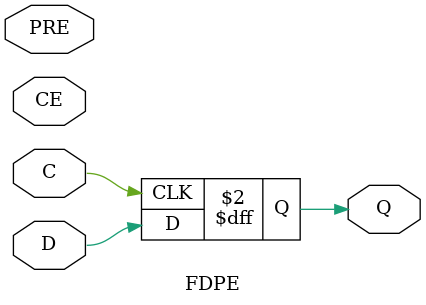
<source format=v>

module FDPE(PRE, CE, D, C, Q);
  input PRE;
  input CE;
  input D;
  input C;
  output reg Q;
  parameter INIT = 1;

  always @(posedge C) begin
    Q <= D;
  end

endmodule

</source>
